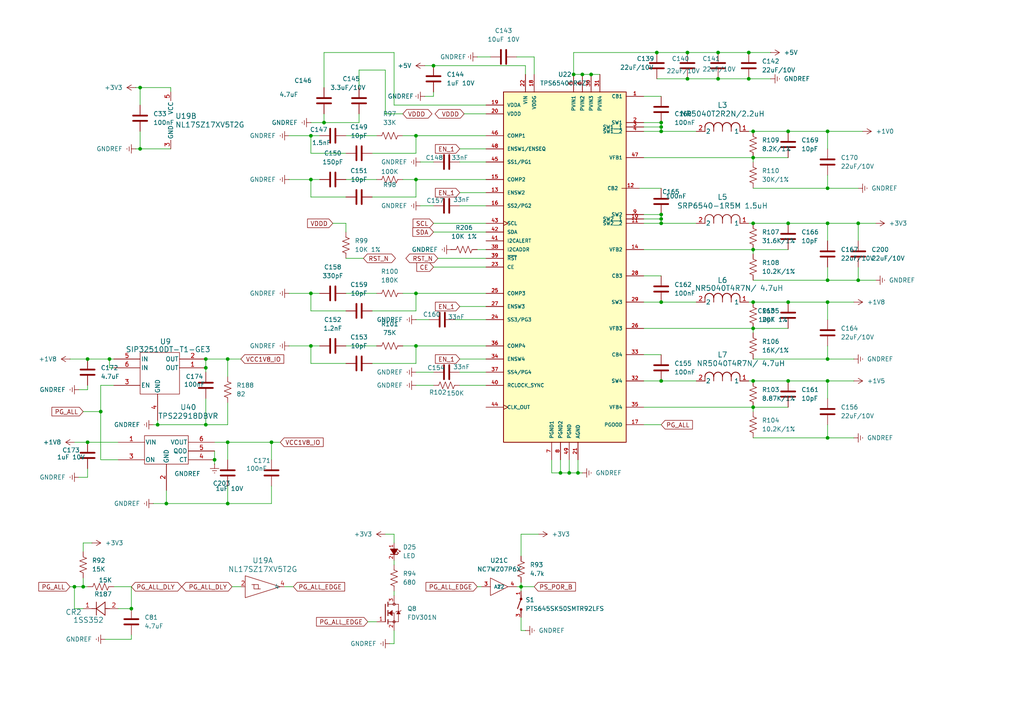
<source format=kicad_sch>
(kicad_sch (version 20231120) (generator "eeschema") (generator_version "8.0")
  (paper "A4")
  (junction (at 217.17 15.24))
  (junction (at 191.77 62.23))
  (junction (at 228.6 87.63))
  (junction (at 90.17 85.09))
  (junction (at 90.17 52.07))
  (junction (at 228.6 38.1))
  (junction (at 59.69 123.19))
  (junction (at 191.77 63.5))
  (junction (at 24.13 170.18))
  (junction (at 120.65 100.33))
  (junction (at 217.17 22.86))
  (junction (at 208.28 15.24))
  (junction (at 218.44 64.77))
  (junction (at 240.03 110.49))
  (junction (at 162.56 137.16))
  (junction (at 78.74 128.27))
  (junction (at 120.65 39.37))
  (junction (at 248.92 64.77))
  (junction (at 191.77 64.77))
  (junction (at 240.03 104.14))
  (junction (at 228.6 64.77))
  (junction (at 66.04 104.14))
  (junction (at 25.4 128.27))
  (junction (at 166.37 21.59))
  (junction (at 66.04 128.27))
  (junction (at 240.03 87.63))
  (junction (at 45.72 123.19))
  (junction (at 199.39 15.24))
  (junction (at 228.6 110.49))
  (junction (at 248.92 81.28))
  (junction (at 191.77 110.49))
  (junction (at 240.03 64.77))
  (junction (at 151.13 170.18))
  (junction (at 90.17 100.33))
  (junction (at 240.03 127))
  (junction (at 48.26 146.05))
  (junction (at 168.91 21.59))
  (junction (at 38.1 176.53))
  (junction (at 40.64 43.18))
  (junction (at 199.39 22.86))
  (junction (at 125.73 19.05))
  (junction (at 218.44 87.63))
  (junction (at 208.28 22.86))
  (junction (at 90.17 39.37))
  (junction (at 191.77 35.56))
  (junction (at 191.77 36.83))
  (junction (at 21.59 170.18))
  (junction (at 120.65 52.07))
  (junction (at 59.69 106.68))
  (junction (at 66.04 146.05))
  (junction (at 240.03 81.28))
  (junction (at 171.45 21.59))
  (junction (at 165.1 137.16))
  (junction (at 25.4 104.14))
  (junction (at 120.65 85.09))
  (junction (at 59.69 104.14))
  (junction (at 190.5 15.24))
  (junction (at 167.64 137.16))
  (junction (at 218.44 45.72))
  (junction (at 218.44 95.25))
  (junction (at 240.03 38.1))
  (junction (at 218.44 110.49))
  (junction (at 29.21 119.38))
  (junction (at 218.44 118.11))
  (junction (at 40.64 25.4))
  (junction (at 93.98 35.56))
  (junction (at 62.23 133.35))
  (junction (at 218.44 72.39))
  (junction (at 240.03 54.61))
  (junction (at 191.77 38.1))
  (junction (at 218.44 38.1))
  (junction (at 31.75 104.14))
  (junction (at 191.77 87.63))
  (wire (pts (xy 151.13 182.88) (xy 152.4 182.88)))
  (wire (pts (xy 21.59 128.27) (xy 25.4 128.27)))
  (wire (pts (xy 133.35 111.76) (xy 140.97 111.76)))
  (wire (pts (xy 120.65 92.71) (xy 124.46 92.71)))
  (wire (pts (xy 191.77 87.63) (xy 201.93 87.63)))
  (wire (pts (xy 125.73 64.77) (xy 140.97 64.77)))
  (wire (pts (xy 186.69 102.87) (xy 191.77 102.87)))
  (wire (pts (xy 59.69 104.14) (xy 59.69 106.68)))
  (wire (pts (xy 100.33 39.37) (xy 109.22 39.37)))
  (wire (pts (xy 120.65 90.17) (xy 120.65 85.09)))
  (wire (pts (xy 217.17 64.77) (xy 218.44 64.77)))
  (wire (pts (xy 248.92 77.47) (xy 248.92 81.28)))
  (wire (pts (xy 228.6 38.1) (xy 240.03 38.1)))
  (wire (pts (xy 30.48 185.42) (xy 38.1 185.42)))
  (wire (pts (xy 240.03 104.14) (xy 247.65 104.14)))
  (wire (pts (xy 20.32 170.18) (xy 21.59 170.18)))
  (wire (pts (xy 59.69 123.19) (xy 45.72 123.19)))
  (wire (pts (xy 114.3 15.24) (xy 93.98 15.24)))
  (wire (pts (xy 151.13 168.91) (xy 151.13 170.18)))
  (wire (pts (xy 240.03 50.8) (xy 240.03 54.61)))
  (wire (pts (xy 20.32 104.14) (xy 25.4 104.14)))
  (wire (pts (xy 59.69 115.57) (xy 59.69 123.19)))
  (wire (pts (xy 40.64 43.18) (xy 49.53 43.18)))
  (wire (pts (xy 21.59 176.53) (xy 21.59 170.18)))
  (wire (pts (xy 83.82 39.37) (xy 90.17 39.37)))
  (wire (pts (xy 186.69 80.01) (xy 191.77 80.01)))
  (wire (pts (xy 165.1 133.35) (xy 165.1 137.16)))
  (wire (pts (xy 120.65 39.37) (xy 140.97 39.37)))
  (wire (pts (xy 149.86 170.18) (xy 151.13 170.18)))
  (wire (pts (xy 120.65 105.41) (xy 120.65 100.33)))
  (wire (pts (xy 93.98 35.56) (xy 90.17 35.56)))
  (wire (pts (xy 186.69 95.25) (xy 218.44 95.25)))
  (wire (pts (xy 104.14 20.32) (xy 104.14 25.4)))
  (wire (pts (xy 39.37 25.4) (xy 40.64 25.4)))
  (wire (pts (xy 78.74 128.27) (xy 81.28 128.27)))
  (wire (pts (xy 90.17 85.09) (xy 92.71 85.09)))
  (wire (pts (xy 120.65 111.76) (xy 125.73 111.76)))
  (wire (pts (xy 45.72 121.92) (xy 45.72 123.19)))
  (wire (pts (xy 106.68 180.34) (xy 109.22 180.34)))
  (wire (pts (xy 83.82 100.33) (xy 90.17 100.33)))
  (wire (pts (xy 62.23 133.35) (xy 62.23 134.62)))
  (wire (pts (xy 186.69 36.83) (xy 191.77 36.83)))
  (wire (pts (xy 133.35 43.18) (xy 140.97 43.18)))
  (wire (pts (xy 66.04 104.14) (xy 69.85 104.14)))
  (wire (pts (xy 100.33 64.77) (xy 96.52 64.77)))
  (wire (pts (xy 44.45 146.05) (xy 48.26 146.05)))
  (wire (pts (xy 38.1 176.53) (xy 38.1 170.18)))
  (wire (pts (xy 186.69 64.77) (xy 191.77 64.77)))
  (wire (pts (xy 114.3 154.94) (xy 114.3 157.48)))
  (wire (pts (xy 240.03 110.49) (xy 228.6 110.49)))
  (wire (pts (xy 21.59 170.18) (xy 24.13 170.18)))
  (wire (pts (xy 133.35 46.99) (xy 140.97 46.99)))
  (wire (pts (xy 168.91 21.59) (xy 171.45 21.59)))
  (wire (pts (xy 218.44 45.72) (xy 228.6 45.72)))
  (wire (pts (xy 34.29 133.35) (xy 29.21 133.35)))
  (wire (pts (xy 29.21 119.38) (xy 29.21 111.76)))
  (wire (pts (xy 240.03 123.19) (xy 240.03 127)))
  (wire (pts (xy 208.28 15.24) (xy 217.17 15.24)))
  (wire (pts (xy 48.26 142.24) (xy 48.26 146.05)))
  (wire (pts (xy 152.4 19.05) (xy 152.4 21.59)))
  (wire (pts (xy 114.3 171.45) (xy 114.3 172.72)))
  (wire (pts (xy 111.76 154.94) (xy 114.3 154.94)))
  (wire (pts (xy 191.77 38.1) (xy 201.93 38.1)))
  (wire (pts (xy 120.65 85.09) (xy 140.97 85.09)))
  (wire (pts (xy 107.95 57.15) (xy 120.65 57.15)))
  (wire (pts (xy 121.92 59.69) (xy 125.73 59.69)))
  (wire (pts (xy 162.56 133.35) (xy 162.56 137.16)))
  (wire (pts (xy 114.3 182.88) (xy 114.3 186.69)))
  (wire (pts (xy 24.13 167.64) (xy 24.13 170.18)))
  (wire (pts (xy 165.1 137.16) (xy 167.64 137.16)))
  (wire (pts (xy 199.39 22.86) (xy 208.28 22.86)))
  (wire (pts (xy 100.33 74.93) (xy 105.41 74.93)))
  (wire (pts (xy 107.95 90.17) (xy 120.65 90.17)))
  (wire (pts (xy 24.13 176.53) (xy 21.59 176.53)))
  (wire (pts (xy 186.69 118.11) (xy 218.44 118.11)))
  (wire (pts (xy 240.03 77.47) (xy 240.03 81.28)))
  (wire (pts (xy 90.17 90.17) (xy 90.17 85.09)))
  (wire (pts (xy 228.6 64.77) (xy 240.03 64.77)))
  (wire (pts (xy 132.08 92.71) (xy 140.97 92.71)))
  (wire (pts (xy 191.77 64.77) (xy 191.77 63.5)))
  (wire (pts (xy 138.43 170.18) (xy 139.7 170.18)))
  (wire (pts (xy 62.23 130.81) (xy 62.23 133.35)))
  (wire (pts (xy 120.65 52.07) (xy 140.97 52.07)))
  (wire (pts (xy 190.5 15.24) (xy 199.39 15.24)))
  (wire (pts (xy 29.21 133.35) (xy 29.21 119.38)))
  (wire (pts (xy 100.33 57.15) (xy 90.17 57.15)))
  (wire (pts (xy 133.35 55.88) (xy 140.97 55.88)))
  (wire (pts (xy 166.37 15.24) (xy 190.5 15.24)))
  (wire (pts (xy 45.72 123.19) (xy 44.45 123.19)))
  (wire (pts (xy 248.92 81.28) (xy 254 81.28)))
  (wire (pts (xy 24.13 119.38) (xy 29.21 119.38)))
  (wire (pts (xy 49.53 25.4) (xy 49.53 26.67)))
  (wire (pts (xy 100.33 100.33) (xy 109.22 100.33)))
  (wire (pts (xy 160.02 137.16) (xy 162.56 137.16)))
  (wire (pts (xy 116.84 39.37) (xy 120.65 39.37)))
  (wire (pts (xy 218.44 118.11) (xy 218.44 119.38)))
  (wire (pts (xy 39.37 43.18) (xy 40.64 43.18)))
  (wire (pts (xy 66.04 128.27) (xy 78.74 128.27)))
  (wire (pts (xy 66.04 128.27) (xy 66.04 133.35)))
  (wire (pts (xy 100.33 85.09) (xy 109.22 85.09)))
  (wire (pts (xy 218.44 38.1) (xy 228.6 38.1)))
  (wire (pts (xy 120.65 44.45) (xy 120.65 39.37)))
  (wire (pts (xy 217.17 15.24) (xy 223.52 15.24)))
  (wire (pts (xy 218.44 95.25) (xy 218.44 96.52)))
  (wire (pts (xy 160.02 133.35) (xy 160.02 137.16)))
  (wire (pts (xy 218.44 87.63) (xy 228.6 87.63)))
  (wire (pts (xy 191.77 35.56) (xy 191.77 36.83)))
  (wire (pts (xy 186.69 123.19) (xy 191.77 123.19)))
  (wire (pts (xy 218.44 64.77) (xy 228.6 64.77)))
  (wire (pts (xy 240.03 110.49) (xy 247.65 110.49)))
  (wire (pts (xy 240.03 127) (xy 247.65 127)))
  (wire (pts (xy 154.94 16.51) (xy 154.94 21.59)))
  (wire (pts (xy 25.4 113.03) (xy 25.4 111.76)))
  (wire (pts (xy 151.13 179.07) (xy 151.13 182.88)))
  (wire (pts (xy 218.44 110.49) (xy 228.6 110.49)))
  (wire (pts (xy 90.17 39.37) (xy 90.17 44.45)))
  (wire (pts (xy 186.69 45.72) (xy 218.44 45.72)))
  (wire (pts (xy 186.69 38.1) (xy 191.77 38.1)))
  (wire (pts (xy 218.44 45.72) (xy 218.44 46.99)))
  (wire (pts (xy 25.4 135.89) (xy 25.4 138.43)))
  (wire (pts (xy 125.73 67.31) (xy 140.97 67.31)))
  (wire (pts (xy 25.4 138.43) (xy 22.86 138.43)))
  (wire (pts (xy 191.77 64.77) (xy 201.93 64.77)))
  (wire (pts (xy 40.64 25.4) (xy 49.53 25.4)))
  (wire (pts (xy 240.03 87.63) (xy 228.6 87.63)))
  (wire (pts (xy 133.35 59.69) (xy 140.97 59.69)))
  (wire (pts (xy 62.23 128.27) (xy 66.04 128.27)))
  (wire (pts (xy 151.13 154.94) (xy 151.13 161.29)))
  (wire (pts (xy 240.03 54.61) (xy 248.92 54.61)))
  (wire (pts (xy 186.69 63.5) (xy 191.77 63.5)))
  (wire (pts (xy 100.33 105.41) (xy 90.17 105.41)))
  (wire (pts (xy 116.84 52.07) (xy 120.65 52.07)))
  (wire (pts (xy 66.04 123.19) (xy 59.69 123.19)))
  (wire (pts (xy 166.37 21.59) (xy 168.91 21.59)))
  (wire (pts (xy 186.69 27.94) (xy 191.77 27.94)))
  (wire (pts (xy 40.64 30.48) (xy 40.64 25.4)))
  (wire (pts (xy 191.77 110.49) (xy 201.93 110.49)))
  (wire (pts (xy 66.04 140.97) (xy 66.04 146.05)))
  (wire (pts (xy 83.82 85.09) (xy 90.17 85.09)))
  (wire (pts (xy 151.13 171.45) (xy 151.13 170.18)))
  (wire (pts (xy 100.33 44.45) (xy 90.17 44.45)))
  (wire (pts (xy 104.14 33.02) (xy 104.14 35.56)))
  (wire (pts (xy 116.84 100.33) (xy 120.65 100.33)))
  (wire (pts (xy 218.44 81.28) (xy 240.03 81.28)))
  (wire (pts (xy 34.29 176.53) (xy 38.1 176.53)))
  (wire (pts (xy 138.43 72.39) (xy 140.97 72.39)))
  (wire (pts (xy 40.64 38.1) (xy 40.64 43.18)))
  (wire (pts (xy 111.76 33.02) (xy 111.76 20.32)))
  (wire (pts (xy 217.17 38.1) (xy 218.44 38.1)))
  (wire (pts (xy 107.95 44.45) (xy 120.65 44.45)))
  (wire (pts (xy 120.65 57.15) (xy 120.65 52.07)))
  (wire (pts (xy 33.02 106.68) (xy 31.75 106.68)))
  (wire (pts (xy 90.17 105.41) (xy 90.17 100.33)))
  (wire (pts (xy 116.84 85.09) (xy 120.65 85.09)))
  (wire (pts (xy 66.04 104.14) (xy 66.04 109.22)))
  (wire (pts (xy 93.98 33.02) (xy 93.98 35.56)))
  (wire (pts (xy 240.03 87.63) (xy 247.65 87.63)))
  (wire (pts (xy 123.19 19.05) (xy 125.73 19.05)))
  (wire (pts (xy 218.44 72.39) (xy 228.6 72.39)))
  (wire (pts (xy 31.75 106.68) (xy 31.75 104.14)))
  (wire (pts (xy 38.1 170.18) (xy 33.02 170.18)))
  (wire (pts (xy 217.17 110.49) (xy 218.44 110.49)))
  (wire (pts (xy 25.4 128.27) (xy 34.29 128.27)))
  (wire (pts (xy 90.17 100.33) (xy 92.71 100.33)))
  (wire (pts (xy 133.35 107.95) (xy 140.97 107.95)))
  (wire (pts (xy 167.64 137.16) (xy 168.91 137.16)))
  (wire (pts (xy 127 74.93) (xy 140.97 74.93)))
  (wire (pts (xy 190.5 22.86) (xy 199.39 22.86)))
  (wire (pts (xy 24.13 160.02) (xy 24.13 157.48)))
  (wire (pts (xy 121.92 46.99) (xy 125.73 46.99)))
  (wire (pts (xy 186.69 62.23) (xy 191.77 62.23)))
  (wire (pts (xy 90.17 57.15) (xy 90.17 52.07)))
  (wire (pts (xy 186.69 35.56) (xy 191.77 35.56)))
  (wire (pts (xy 138.43 16.51) (xy 142.24 16.51)))
  (wire (pts (xy 248.92 64.77) (xy 248.92 69.85)))
  (wire (pts (xy 114.3 162.56) (xy 114.3 163.83)))
  (wire (pts (xy 114.3 186.69) (xy 113.03 186.69)))
  (wire (pts (xy 120.65 100.33) (xy 140.97 100.33)))
  (wire (pts (xy 191.77 63.5) (xy 191.77 62.23)))
  (wire (pts (xy 38.1 185.42) (xy 38.1 184.15)))
  (wire (pts (xy 167.64 133.35) (xy 167.64 137.16)))
  (wire (pts (xy 191.77 36.83) (xy 191.77 38.1)))
  (wire (pts (xy 25.4 104.14) (xy 31.75 104.14)))
  (wire (pts (xy 24.13 170.18) (xy 25.4 170.18)))
  (wire (pts (xy 93.98 15.24) (xy 93.98 25.4)))
  (wire (pts (xy 24.13 157.48) (xy 26.67 157.48)))
  (wire (pts (xy 185.42 54.61) (xy 191.77 54.61)))
  (wire (pts (xy 22.86 113.03) (xy 25.4 113.03)))
  (wire (pts (xy 217.17 22.86) (xy 223.52 22.86)))
  (wire (pts (xy 218.44 72.39) (xy 218.44 73.66)))
  (wire (pts (xy 186.69 72.39) (xy 218.44 72.39)))
  (wire (pts (xy 218.44 95.25) (xy 228.6 95.25)))
  (wire (pts (xy 186.69 87.63) (xy 191.77 87.63)))
  (wire (pts (xy 134.62 33.02) (xy 140.97 33.02)))
  (wire (pts (xy 29.21 111.76) (xy 33.02 111.76)))
  (wire (pts (xy 67.31 170.18) (xy 69.85 170.18)))
  (wire (pts (xy 107.95 105.41) (xy 120.65 105.41)))
  (wire (pts (xy 208.28 22.86) (xy 217.17 22.86)))
  (wire (pts (xy 240.03 38.1) (xy 250.19 38.1)))
  (wire (pts (xy 140.97 30.48) (xy 114.3 30.48)))
  (wire (pts (xy 111.76 33.02) (xy 116.84 33.02)))
  (wire (pts (xy 100.33 90.17) (xy 90.17 90.17)))
  (wire (pts (xy 59.69 106.68) (xy 59.69 107.95)))
  (wire (pts (xy 100.33 67.31) (xy 100.33 64.77)))
  (wire (pts (xy 151.13 170.18) (xy 154.94 170.18)))
  (wire (pts (xy 218.44 127) (xy 240.03 127)))
  (wire (pts (xy 114.3 30.48) (xy 114.3 15.24)))
  (wire (pts (xy 120.65 107.95) (xy 125.73 107.95)))
  (wire (pts (xy 240.03 115.57) (xy 240.03 110.49)))
  (wire (pts (xy 218.44 118.11) (xy 228.6 118.11)))
  (wire (pts (xy 78.74 146.05) (xy 66.04 146.05)))
  (wire (pts (xy 125.73 27.94) (xy 125.73 26.67)))
  (wire (pts (xy 156.21 154.94) (xy 151.13 154.94)))
  (wire (pts (xy 186.69 110.49) (xy 191.77 110.49)))
  (wire (pts (xy 125.73 77.47) (xy 140.97 77.47)))
  (wire (pts (xy 111.76 20.32) (xy 104.14 20.32)))
  (wire (pts (xy 240.03 43.18) (xy 240.03 38.1)))
  (wire (pts (xy 149.86 16.51) (xy 154.94 16.51)))
  (wire (pts (xy 78.74 133.35) (xy 78.74 128.27)))
  (wire (pts (xy 240.03 64.77) (xy 248.92 64.77)))
  (wire (pts (xy 66.04 116.84) (xy 66.04 123.19)))
  (wire (pts (xy 166.37 21.59) (xy 166.37 15.24)))
  (wire (pts (xy 31.75 104.14) (xy 33.02 104.14)))
  (wire (pts (xy 240.03 69.85) (xy 240.03 64.77)))
  (wire (pts (xy 78.74 140.97) (xy 78.74 146.05)))
  (wire (pts (xy 199.39 15.24) (xy 208.28 15.24)))
  (wire (pts (xy 83.82 52.07) (xy 90.17 52.07)))
  (wire (pts (xy 162.56 137.16) (xy 165.1 137.16)))
  (wire (pts (xy 240.03 92.71) (xy 240.03 87.63)))
  (wire (pts (xy 133.35 88.9) (xy 140.97 88.9)))
  (wire (pts (xy 248.92 64.77) (xy 254 64.77)))
  (wire (pts (xy 90.17 52.07) (xy 92.71 52.07)))
  (wire (pts (xy 240.03 100.33) (xy 240.03 104.14)))
  (wire (pts (xy 125.73 19.05) (xy 152.4 19.05)))
  (wire (pts (xy 171.45 21.59) (xy 173.99 21.59)))
  (wire (pts (xy 48.26 146.05) (xy 66.04 146.05)))
  (wire (pts (xy 59.69 104.14) (xy 66.04 104.14)))
  (wire (pts (xy 218.44 104.14) (xy 240.03 104.14)))
  (wire (pts (xy 104.14 35.56) (xy 93.98 35.56)))
  (wire (pts (xy 123.19 27.94) (xy 125.73 27.94)))
  (wire (pts (xy 82.55 170.18) (xy 85.09 170.18)))
  (wire (pts (xy 217.17 87.63) (xy 218.44 87.63)))
  (wire (pts (xy 90.17 39.37) (xy 92.71 39.37)))
  (wire (pts (xy 100.33 52.07) (xy 109.22 52.07)))
  (wire (pts (xy 218.44 54.61) (xy 240.03 54.61)))
  (wire (pts (xy 240.03 81.28) (xy 248.92 81.28)))
  (wire (pts (xy 133.35 104.14) (xy 140.97 104.14)))
  (global_label "VCC1V8_IO" (shape input) (at 69.85 104.14 0) (property "Intersheetrefs" "${INTERSHEET_REFS}" (effects (hide yes))))
  (global_label "EN_1" (shape input) (at 133.35 55.88 180) (property "Intersheetrefs" "${INTERSHEET_REFS}" (effects (hide yes))))
  (global_label "VDDD" (shape bidirectional) (at 116.84 33.02 0) (property "Intersheetrefs" "${INTERSHEET_REFS}" (effects (hide yes))))
  (global_label "PS_POR_B" (shape input) (at 154.94 170.18 0) (property "Intersheetrefs" "${INTERSHEET_REFS}" (effects (hide yes))))
  (global_label "RST_N" (shape bidirectional) (at 127 74.93 180) (property "Intersheetrefs" "${INTERSHEET_REFS}" (effects (hide yes))))
  (global_label "VDDD" (shape input) (at 96.52 64.77 180) (property "Intersheetrefs" "${INTERSHEET_REFS}" (effects (hide yes))))
  (global_label "PG_ALL_DLY" (shape bidirectional) (at 38.1 170.18 0) (property "Intersheetrefs" "${INTERSHEET_REFS}" (effects (hide yes))))
  (global_label "SCL" (shape input) (at 125.73 64.77 180) (property "Intersheetrefs" "${INTERSHEET_REFS}" (effects (hide yes))))
  (global_label "PG_ALL" (shape input) (at 191.77 123.19 0) (property "Intersheetrefs" "${INTERSHEET_REFS}" (effects (hide yes))))
  (global_label "PG_ALL_EDGE" (shape input) (at 106.68 180.34 180) (property "Intersheetrefs" "${INTERSHEET_REFS}" (effects (hide yes))))
  (global_label "PG_ALL" (shape input) (at 20.32 170.18 180) (property "Intersheetrefs" "${INTERSHEET_REFS}" (effects (hide yes))))
  (global_label "CE" (shape input) (at 125.73 77.47 180) (property "Intersheetrefs" "${INTERSHEET_REFS}" (effects (hide yes))))
  (global_label "SDA" (shape input) (at 125.73 67.31 180) (property "Intersheetrefs" "${INTERSHEET_REFS}" (effects (hide yes))))
  (global_label "EN_1" (shape input) (at 133.35 104.14 180) (property "Intersheetrefs" "${INTERSHEET_REFS}" (effects (hide yes))))
  (global_label "PG_ALL_EDGE" (shape input) (at 85.09 170.18 0) (property "Intersheetrefs" "${INTERSHEET_REFS}" (effects (hide yes))))
  (global_label "PG_ALL_DLY" (shape bidirectional) (at 67.31 170.18 180) (property "Intersheetrefs" "${INTERSHEET_REFS}" (effects (hide yes))))
  (global_label "EN_1" (shape input) (at 133.35 88.9 180) (property "Intersheetrefs" "${INTERSHEET_REFS}" (effects (hide yes))))
  (global_label "VCC1V8_IO" (shape input) (at 81.28 128.27 0) (property "Intersheetrefs" "${INTERSHEET_REFS}" (effects (hide yes))))
  (global_label "PG_ALL" (shape input) (at 24.13 119.38 180) (property "Intersheetrefs" "${INTERSHEET_REFS}" (effects (hide yes))))
  (global_label "RST_N" (shape bidirectional) (at 105.41 74.93 0) (property "Intersheetrefs" "${INTERSHEET_REFS}" (effects (hide yes))))
  (global_label "PG_ALL_EDGE" (shape input) (at 138.43 170.18 180) (property "Intersheetrefs" "${INTERSHEET_REFS}" (effects (hide yes))))
  (global_label "EN_1" (shape input) (at 133.35 43.18 180) (property "Intersheetrefs" "${INTERSHEET_REFS}" (effects (hide yes))))
  (global_label "VDDD" (shape bidirectional) (at 134.62 33.02 180) (property "Intersheetrefs" "${INTERSHEET_REFS}" (effects (hide yes))))
  (symbol (lib_id "power:GNDREF") (at 121.92 46.99 270) (unit 1)
    (property "Reference" "#PWR0107" (effects (hide yes)))
    (property "Value" "GNDREF" (at 118.11 46.9899 90) (effects (justify right)))
    (property "Description" "Power symbol creates a global label with name \"GNDREF\" , reference supply ground" (effects (hide yes)))
  )
  (symbol (lib_id "Device:C") (at 146.05 16.51 90) (unit 1)
    (property "Reference" "C143" (at 146.05 8.89 90))
    (property "Value" "10uF 10V" (at 146.05 11.43 90))
    (property "Footprint" "footprints:C_0805" (effects (hide yes)))
    (property "Description" "Unpolarized capacitor" (effects (hide yes)))
    (property "LCSC PN" "C15850" (effects (hide yes)))
  )
  (symbol (lib_id "Device:R_US") (at 113.03 39.37 90) (unit 1)
    (property "Reference" "R97" (at 113.03 33.02 90))
    (property "Value" "33K" (at 113.03 35.56 90))
    (property "Footprint" "footprints:R_0402" (effects (hide yes)))
    (property "Description" "Resistor, US symbol" (effects (hide yes)))
    (property "LCSC PN" "C138003" (effects (hide yes)))
  )
  (symbol (lib_id "Device:R_US") (at 100.33 71.12 180) (unit 1)
    (property "Reference" "R99" (at 102.87 69.8499 0) (effects (justify right)))
    (property "Value" "10K 1%" (at 102.87 72.3899 0) (effects (justify right)))
    (property "Footprint" "footprints:R_0402" (effects (hide yes)))
    (property "Description" "Resistor, US symbol" (effects (hide yes)))
    (property "LCSC PN" "C60490" (effects (hide yes)))
  )
  (symbol (lib_id "Device:R_US") (at 218.44 91.44 0) (unit 1)
    (property "Reference" "R105" (at 220.98 90.1699 0) (effects (justify left)))
    (property "Value" "20K 1%" (at 220.98 92.7099 0) (effects (justify left)))
    (property "Footprint" "footprints:R_0402" (effects (hide yes)))
    (property "Description" "Resistor, US symbol" (effects (hide yes)))
    (property "LCSC PN" "C93942" (effects (hide yes)))
  )
  (symbol (lib_id "power:+3V3") (at 111.76 154.94 90) (unit 1)
    (property "Reference" "#PWR0211" (effects (hide yes)))
    (property "Value" "+3V3" (at 107.95 154.9399 90) (effects (justify left)))
    (property "Description" "Power symbol creates a global label with name \"+3V3\"" (effects (hide yes)))
  )
  (symbol (lib_id "power:GNDREF") (at 83.82 39.37 270) (unit 1)
    (property "Reference" "#PWR0105" (effects (hide yes)))
    (property "Value" "GNDREF" (at 80.01 39.3699 90) (effects (justify right)))
    (property "Description" "Power symbol creates a global label with name \"GNDREF\" , reference supply ground" (effects (hide yes)))
  )
  (symbol (lib_id "Device:C") (at 240.03 73.66 0) (unit 1)
    (property "Reference" "C167" (at 243.84 72.3899 0) (effects (justify left)))
    (property "Value" "22uF/10V" (at 243.84 74.9299 0) (effects (justify left)))
    (property "Footprint" "footprints:C_0805" (effects (hide yes)))
    (property "Description" "Unpolarized capacitor" (effects (hide yes)))
    (property "LCSC PN" "C602037" (effects (hide yes)))
  )
  (symbol (lib_id "TPS65400RGZT:TPS65400RGZT") (at 163.83 72.39 0) (unit 1)
    (property "Reference" "U22" (at 163.83 21.59 0))
    (property "Value" "TPS65400RGZT" (at 163.83 24.13 0))
    (property "Footprint" "footprints:RGZ0048B" (effects (hide yes)))
    (property "PARTREV" "D" (effects (hide yes)))
    (property "MANUFACTURER" "Texas Instruments" (effects (hide yes)))
    (property "MAXIMUM_PACKAGE_HEIGHT" "1 mm" (effects (hide yes)))
    (property "STANDARD" "IPC 7351B" (effects (hide yes)))
    (property "LCSC PN" "C201658" (effects (hide yes)))
  )
  (symbol (lib_id "Device:C") (at 96.52 39.37 90) (unit 1)
    (property "Reference" "C147" (at 92.456 37.592 90))
    (property "Value" "1.5nF" (at 93.218 41.402 90))
    (property "Footprint" "footprints:C_0201_0603Metric" (effects (hide yes)))
    (property "Description" "Unpolarized capacitor" (effects (hide yes)))
    (property "LCSC PN" "C2184288" (effects (hide yes)))
  )
  (symbol (lib_id "power:GNDREF") (at 83.82 52.07 270) (unit 1)
    (property "Reference" "#PWR078" (effects (hide yes)))
    (property "Value" "GNDREF" (at 80.01 52.0699 90) (effects (justify right)))
    (property "Description" "Power symbol creates a global label with name \"GNDREF\" , reference supply ground" (effects (hide yes)))
  )
  (symbol (lib_id "Device:R_US") (at 113.03 85.09 90) (unit 1)
    (property "Reference" "R100" (at 113.03 78.74 90))
    (property "Value" "180K" (at 113.03 81.28 90))
    (property "Footprint" "footprints:R_0402" (effects (hide yes)))
    (property "Description" "Resistor, US symbol" (effects (hide yes)))
    (property "LCSC PN" "C138046" (effects (hide yes)))
  )
  (symbol (lib_id "Device:C") (at 129.54 46.99 90) (unit 1)
    (property "Reference" "C148" (at 125.984 45.72 90))
    (property "Value" "33nF" (at 133.35 45.72 90))
    (property "Footprint" "footprints:C_0201_0603Metric" (effects (hide yes)))
    (property "Description" "Unpolarized capacitor" (effects (hide yes)))
    (property "LCSC PN" "C161475" (effects (hide yes)))
  )
  (symbol (lib_id "Device:C") (at 217.17 19.05 0) (unit 1)
    (property "Reference" "C142" (at 220.98 17.7799 0) (effects (justify left)))
    (property "Value" "22uF/10V" (at 220.98 20.3199 0) (effects (justify left)))
    (property "Footprint" "footprints:C_0805" (effects (hide yes)))
    (property "Description" "Unpolarized capacitor" (effects (hide yes)))
    (property "LCSC PN" "C602037" (effects (hide yes)))
  )
  (symbol (lib_id "power:GNDREF") (at 83.82 85.09 270) (unit 1)
    (property "Reference" "#PWR080" (effects (hide yes)))
    (property "Value" "GNDREF" (at 80.01 85.0899 90) (effects (justify right)))
    (property "Description" "Power symbol creates a global label with name \"GNDREF\" , reference supply ground" (effects (hide yes)))
  )
  (symbol (lib_id "Device:C") (at 129.54 59.69 90) (unit 1)
    (property "Reference" "C157" (at 126.238 58.166 90))
    (property "Value" "33nF" (at 133.858 57.912 90))
    (property "Footprint" "footprints:C_0201_0603Metric" (effects (hide yes)))
    (property "Description" "Unpolarized capacitor" (effects (hide yes)))
    (property "LCSC PN" "C161475" (effects (hide yes)))
  )
  (symbol (lib_id "Device:C") (at 240.03 46.99 0) (unit 1)
    (property "Reference" "C170" (at 243.84 45.7199 0) (effects (justify left)))
    (property "Value" "22uF/10V" (at 243.84 48.2599 0) (effects (justify left)))
    (property "Footprint" "footprints:C_0805" (effects (hide yes)))
    (property "Description" "Unpolarized capacitor" (effects (hide yes)))
    (property "LCSC PN" "C602037" (effects (hide yes)))
  )
  (symbol (lib_id "SRP4020TA_1R5M:SRP4020TA-1R5M") (at 201.93 64.77 0) (unit 1)
    (property "Reference" "L5" (at 209.55 57.15 0) (effects (font (size 1.524 1.524))))
    (property "Value" "SRP6540-1R5M 1.5uH" (at 209.55 59.69 0) (effects (font (size 1.524 1.524))))
    (property "Footprint" "footprints:IND_SRP6540-1R5M" (effects (hide yes)))
    (property "Datasheet" "SRP4020TA-1R5M" (effects (hide yes)))
    (property "LCSC PN" "C3223801" (effects (hide yes)))
  )
  (symbol (lib_id "Device:R_US") (at 129.54 111.76 90) (unit 1)
    (property "Reference" "R102" (at 127 113.792 90))
    (property "Value" "150K" (at 132.08 114.046 90))
    (property "Footprint" "footprints:R_0402" (effects (hide yes)))
    (property "Description" "Resistor, US symbol" (effects (hide yes)))
    (property "LCSC PN" "C93947" (effects (hide yes)))
  )
  (symbol (lib_id "power:GNDREF") (at 22.86 138.43 270) (unit 1)
    (property "Reference" "#PWR0219" (effects (hide yes)))
    (property "Value" "GNDREF" (at 19.05 138.4299 90) (effects (justify right)))
    (property "Description" "Power symbol creates a global label with name \"GNDREF\" , reference supply ground" (effects (hide yes)))
  )
  (symbol (lib_id "power:+3V3") (at 254 64.77 270) (unit 1)
    (property "Reference" "#PWR089" (effects (hide yes)))
    (property "Value" "+3V3" (at 257.81 64.7699 90) (effects (justify left)))
    (property "Description" "Power symbol creates a global label with name \"+3V3\"" (effects (hide yes)))
  )
  (symbol (lib_id "power:GNDREF") (at 44.45 146.05 270) (unit 1)
    (property "Reference" "#PWR0215" (effects (hide yes)))
    (property "Value" "GNDREF" (at 40.64 146.0499 90) (effects (justify right)))
    (property "Description" "Power symbol creates a global label with name \"GNDREF\" , reference supply ground" (effects (hide yes)))
  )
  (symbol (lib_id "power:+3V3") (at 26.67 157.48 270) (unit 1)
    (property "Reference" "#PWR0194" (effects (hide yes)))
    (property "Value" "+3V3" (at 30.48 157.4799 90) (effects (justify left)))
    (property "Description" "Power symbol creates a global label with name \"+3V3\"" (effects (hide yes)))
  )
  (symbol (lib_id "Device:C") (at 38.1 180.34 0) (unit 1)
    (property "Reference" "C81" (at 41.91 179.0699 0) (effects (justify left)))
    (property "Value" "4.7uF" (at 41.91 181.6099 0) (effects (justify left)))
    (property "Footprint" "footprints:C_0402" (effects (hide yes)))
    (property "Description" "Unpolarized capacitor" (effects (hide yes)))
    (property "LCSC PN" "C2858031" (effects (hide yes)))
  )
  (symbol (lib_id "NL17SZ17XV5T2G:NL17SZ17XV5T2G_Modified") (at 81.28 170.18 0) (unit 1)
    (property "Reference" "U19" (at 76.2 162.56 0) (effects (font (size 1.524 1.524))))
    (property "Value" "NL17SZ17XV5T2G" (at 76.2 165.1 0) (effects (font (size 1.524 1.524))))
    (property "Footprint" "footprints:SOT553-5_ONS" (effects (hide yes)))
    (property "Datasheet" "NL17SZ17XV5T2G" (effects (hide yes)))
    (property "LCSC PN" "C152502" (effects (hide yes)))
  )
  (symbol (lib_id "power:GNDREF") (at 113.03 186.69 270) (unit 1)
    (property "Reference" "#PWR041" (effects (hide yes)))
    (property "Value" "GNDREF" (at 109.22 186.6899 90) (effects (justify right)))
    (property "Description" "Power symbol creates a global label with name \"GNDREF\" , reference supply ground" (effects (hide yes)))
  )
  (symbol (lib_id "Device:C") (at 125.73 22.86 0) (unit 1)
    (property "Reference" "C144" (at 129.54 21.5899 0) (effects (justify left)))
    (property "Value" "1uF 10V" (at 129.54 24.1299 0) (effects (justify left)))
    (property "Footprint" "footprints:C_0402" (effects (hide yes)))
    (property "Description" "Unpolarized capacitor" (effects (hide yes)))
    (property "LCSC PN" "C52923" (effects (hide yes)))
  )
  (symbol (lib_id "Device:C") (at 190.5 19.05 0) (unit 1)
    (property "Reference" "C139" (at 184.658 17.018 0) (effects (justify left)))
    (property "Value" "22uF/10V" (at 179.832 19.558 0) (effects (justify left)))
    (property "Footprint" "footprints:C_0805" (effects (hide yes)))
    (property "Description" "Unpolarized capacitor" (effects (hide yes)))
    (property "LCSC PN" "C602037" (effects (hide yes)))
  )
  (symbol (lib_id "Device:C") (at 104.14 105.41 90) (unit 1)
    (property "Reference" "C153" (at 104.14 97.79 90))
    (property "Value" "10pF" (at 104.14 100.33 90))
    (property "Footprint" "footprints:C_0201_0603Metric" (effects (hide yes)))
    (property "Description" "Unpolarized capacitor" (effects (hide yes)))
    (property "LCSC PN" "C76921" (effects (hide yes)))
  )
  (symbol (lib_id "power:+1V8") (at 247.65 87.63 270) (unit 1)
    (property "Reference" "#PWR087" (effects (hide yes)))
    (property "Value" "+1V8" (at 251.46 87.6299 90) (effects (justify left)))
    (property "Description" "Power symbol creates a global label with name \"+1V8\"" (effects (hide yes)))
  )
  (symbol (lib_id "Device:R_US") (at 218.44 123.19 0) (unit 1)
    (property "Reference" "R104" (at 220.98 121.9199 0) (effects (justify left)))
    (property "Value" "10.2K/1%" (at 220.98 124.4599 0) (effects (justify left)))
    (property "Footprint" "footprints:R_0402" (effects (hide yes)))
    (property "Description" "Resistor, US symbol" (effects (hide yes)))
    (property "LCSC PN" "C138069" (effects (hide yes)))
  )
  (symbol (lib_id "PTS645SK50SMTR92LFS_:PTS645SK50SMTR92LFS") (at 151.13 175.26 0) (unit 1)
    (property "Reference" "S1" (at 152.4 173.9899 0) (effects (justify left)))
    (property "Value" "PTS645SK50SMTR92LFS" (at 152.4 176.5299 0) (effects (justify left)))
    (property "Footprint" "footprints:SW_PTS645SK50SMTR92LFS" (effects (hide yes)))
    (property "STANDARD" "Manufacturer Recommendations" (effects (hide yes)))
    (property "MANUFACTURER" "CnK" (effects (hide yes)))
    (property "LCSC PN" "C221872" (effects (hide yes)))
  )
  (symbol (lib_id "power:GNDREF") (at 39.37 43.18 270) (unit 1)
    (property "Reference" "#PWR0213" (effects (hide yes)))
    (property "Value" "GNDREF" (at 35.56 43.1799 90) (effects (justify right)))
    (property "Description" "Power symbol creates a global label with name \"GNDREF\" , reference supply ground" (effects (hide yes)))
  )
  (symbol (lib_id "power:GNDREF") (at 247.65 127 90) (unit 1)
    (property "Reference" "#PWR0101" (effects (hide yes)))
    (property "Value" "GNDREF" (at 251.46 126.9999 90) (effects (justify right)))
    (property "Description" "Power symbol creates a global label with name \"GNDREF\" , reference supply ground" (effects (hide yes)))
  )
  (symbol (lib_id "power:GNDREF") (at 120.65 92.71 270) (unit 1)
    (property "Reference" "#PWR081" (effects (hide yes)))
    (property "Value" "GNDREF" (at 116.84 92.7099 90) (effects (justify right)))
    (property "Description" "Power symbol creates a global label with name \"GNDREF\" , reference supply ground" (effects (hide yes)))
  )
  (symbol (lib_id "power:GNDREF") (at 90.17 35.56 270) (unit 1)
    (property "Reference" "#PWR076" (effects (hide yes)))
    (property "Value" "GNDREF" (at 86.36 35.5599 90) (effects (justify right)))
    (property "Description" "Power symbol creates a global label with name \"GNDREF\" , reference supply ground" (effects (hide yes)))
  )
  (symbol (lib_id "Device:R_US") (at 218.44 41.91 0) (unit 1)
    (property "Reference" "R109" (at 220.98 40.6399 0) (effects (justify left)))
    (property "Value" "8.2K/1%" (at 220.98 43.1799 0) (effects (justify left)))
    (property "Footprint" "footprints:R_0402" (effects (hide yes)))
    (property "Description" "Resistor, US symbol" (effects (hide yes)))
    (property "LCSC PN" "C137929" (effects (hide yes)))
  )
  (symbol (lib_id "Device:C") (at 240.03 119.38 0) (unit 1)
    (property "Reference" "C156" (at 243.84 118.1099 0) (effects (justify left)))
    (property "Value" "22uF/10V" (at 243.84 120.6499 0) (effects (justify left)))
    (property "Footprint" "footprints:C_0805" (effects (hide yes)))
    (property "Description" "Unpolarized capacitor" (effects (hide yes)))
    (property "LCSC PN" "C602037" (effects (hide yes)))
  )
  (symbol (lib_id "power:GNDREF") (at 138.43 16.51 270) (unit 1)
    (property "Reference" "#PWR0102" (effects (hide yes)))
    (property "Value" "GNDREF" (at 135.2452 16.5099 90) (effects (justify right)))
    (property "Description" "Power symbol creates a global label with name \"GNDREF\" , reference supply ground" (effects (hide yes)))
  )
  (symbol (lib_id "power:+1V0") (at 250.19 38.1 270) (unit 1)
    (property "Reference" "#PWR0263" (effects (hide yes)))
    (property "Value" "+1V0" (at 254 38.0999 90) (effects (justify left)))
    (property "Description" "Power symbol creates a global label with name \"+1V0\"" (effects (hide yes)))
  )
  (symbol (lib_id "power:GNDREF") (at 30.48 185.42 270) (unit 1)
    (property "Reference" "#PWR0212" (effects (hide yes)))
    (property "Value" "GNDREF" (at 26.67 185.4199 90) (effects (justify right)))
    (property "Description" "Power symbol creates a global label with name \"GNDREF\" , reference supply ground" (effects (hide yes)))
  )
  (symbol (lib_id "Device:C") (at 66.04 137.16 0) (unit 1)
    (property "Reference" "C203" (at 61.722 140.208 0) (effects (justify left)))
    (property "Value" "1uF 10V" (at 62.484 141.732 0) (effects (justify left)))
    (property "Footprint" "footprints:C_0402" (effects (hide yes)))
    (property "Description" "Unpolarized capacitor" (effects (hide yes)))
    (property "LCSC PN" "C52923" (effects (hide yes)))
  )
  (symbol (lib_id "Device:R_US") (at 24.13 163.83 0) (unit 1)
    (property "Reference" "R92" (at 26.67 162.5599 0) (effects (justify left)))
    (property "Value" "15K" (at 26.67 165.0999 0) (effects (justify left)))
    (property "Footprint" "footprints:R_0402" (effects (hide yes)))
    (property "Description" "Resistor, US symbol" (effects (hide yes)))
    (property "LCSC PN" "C114761" (effects (hide yes)))
  )
  (symbol (lib_id "Device:R_US") (at 113.03 100.33 90) (unit 1)
    (property "Reference" "R101" (at 113.03 93.98 90))
    (property "Value" "75K" (at 113.03 96.52 90))
    (property "Footprint" "footprints:R_0402" (effects (hide yes)))
    (property "Description" "Resistor, US symbol" (effects (hide yes)))
    (property "LCSC PN" "C137935" (effects (hide yes)))
  )
  (symbol (lib_id "Device:R_US") (at 218.44 100.33 0) (unit 1)
    (property "Reference" "R106" (at 220.98 99.0599 0) (effects (justify left)))
    (property "Value" "16K/1%" (at 220.98 101.5999 0) (effects (justify left)))
    (property "Footprint" "footprints:R_0402" (effects (hide yes)))
    (property "Description" "Resistor, US symbol" (effects (hide yes)))
    (property "LCSC PN" "C163487" (effects (hide yes)))
  )
  (symbol (lib_id "Device:C") (at 78.74 137.16 0) (unit 1)
    (property "Reference" "C171" (at 73.406 133.604 0) (effects (justify left)))
    (property "Value" "100nF" (at 71.374 135.89 0) (effects (justify left)))
    (property "Footprint" "footprints:C_0201_0603Metric" (effects (hide yes)))
    (property "Description" "Unpolarized capacitor" (effects (hide yes)))
    (property "LCSC PN" "c307380" (effects (hide yes)))
  )
  (symbol (lib_id "Device:R_US") (at 29.21 170.18 270) (unit 1)
    (property "Reference" "R187" (at 27.3427 172.3209 90) (effects (justify left)))
    (property "Value" "15K" (at 28.6127 168.2569 90) (effects (justify left)))
    (property "Footprint" "footprints:R_0402" (effects (hide yes)))
    (property "Description" "Resistor, US symbol" (effects (hide yes)))
    (property "LCSC PN" "C114761" (effects (hide yes)))
  )
  (symbol (lib_id "NL17SZ17XV5T2G:NL17SZ17XV5T2G_Modified") (at 55.88 30.48 0) (unit 2)
    (property "Reference" "U19" (at 50.8 33.6549 0) (effects (font (size 1.524 1.524)) (justify left)))
    (property "Value" "NL17SZ17XV5T2G" (at 50.8 36.1949 0) (effects (font (size 1.524 1.524)) (justify left)))
    (property "Footprint" "footprints:SOT553-5_ONS" (effects (hide yes)))
    (property "Datasheet" "NL17SZ17XV5T2G" (effects (hide yes)))
    (property "LCSC PN" "C152502" (effects (hide yes)))
  )
  (symbol (lib_id "Device:R_US") (at 114.3 167.64 0) (unit 1)
    (property "Reference" "R94" (at 116.84 166.3699 0) (effects (justify left)))
    (property "Value" "680" (at 116.84 168.9099 0) (effects (justify left)))
    (property "Footprint" "footprints:R_0201_0603Metric" (effects (hide yes)))
    (property "Description" "Resistor, US symbol" (effects (hide yes)))
    (property "LCSC PN" "C473509" (effects (hide yes)))
  )
  (symbol (lib_id "power:GNDREF") (at 120.65 107.95 270) (unit 1)
    (property "Reference" "#PWR083" (effects (hide yes)))
    (property "Value" "GNDREF" (at 116.84 107.9499 90) (effects (justify right)))
    (property "Description" "Power symbol creates a global label with name \"GNDREF\" , reference supply ground" (effects (hide yes)))
  )
  (symbol (lib_id "power:+3V3") (at 156.21 154.94 270) (unit 1)
    (property "Reference" "#PWR042" (effects (hide yes)))
    (property "Value" "+3V3" (at 160.02 154.9399 90) (effects (justify left)))
    (property "Description" "Power symbol creates a global label with name \"+3V3\"" (effects (hide yes)))
  )
  (symbol (lib_id "Device:C") (at 248.92 73.66 0) (unit 1)
    (property "Reference" "C200" (at 252.73 72.3899 0) (effects (justify left)))
    (property "Value" "22uF/10V" (at 252.73 74.9299 0) (effects (justify left)))
    (property "Footprint" "footprints:C_0805" (effects (hide yes)))
    (property "Description" "Unpolarized capacitor" (effects (hide yes)))
    (property "LCSC PN" "C602037" (effects (hide yes)))
  )
  (symbol (lib_id "Device:C") (at 96.52 85.09 90) (unit 1)
    (property "Reference" "C158" (at 96.52 77.47 90))
    (property "Value" "330pF" (at 96.52 80.01 90))
    (property "Footprint" "footprints:C_0201_0603Metric" (effects (hide yes)))
    (property "Description" "Unpolarized capacitor" (effects (hide yes)))
    (property "LCSC PN" "C2184280" (effects (hide yes)))
  )
  (symbol (lib_id "Device:C") (at 129.54 107.95 90) (unit 1)
    (property "Reference" "C154" (at 126.492 106.68 90))
    (property "Value" "33nF" (at 133.858 106.426 90))
    (property "Footprint" "footprints:C_0201_0603Metric" (effects (hide yes)))
    (property "Description" "Unpolarized capacitor" (effects (hide yes)))
    (property "LCSC PN" "C161475" (effects (hide yes)))
  )
  (symbol (lib_id "power:+5V") (at 123.19 19.05 90) (unit 1)
    (property "Reference" "#PWR0317" (effects (hide yes)))
    (property "Value" "+5V" (at 119.38 19.0499 90) (effects (justify left)))
    (property "Description" "Power symbol creates a global label with name \"+5V\"" (effects (hide yes)))
  )
  (symbol (lib_id "Device:R_US") (at 134.62 72.39 90) (unit 1)
    (property "Reference" "R206" (at 134.62 66.04 90))
    (property "Value" "10K 1%" (at 134.62 68.58 90))
    (property "Footprint" "footprints:R_0402" (effects (hide yes)))
    (property "Description" "Resistor, US symbol" (effects (hide yes)))
    (property "LCSC PN" "C60490" (effects (hide yes)))
  )
  (symbol (lib_id "Device:R_US") (at 218.44 114.3 0) (unit 1)
    (property "Reference" "R103" (at 220.98 113.0299 0) (effects (justify left)))
    (property "Value" "8.87K/1%" (at 220.98 115.5699 0) (effects (justify left)))
    (property "Footprint" "footprints:R_0402" (effects (hide yes)))
    (property "Description" "Resistor, US symbol" (effects (hide yes)))
    (property "LCSC PN" "C48391747" (effects (hide yes)))
  )
  (symbol (lib_id "Device:C") (at 228.6 114.3 0) (unit 1)
    (property "Reference" "C161" (at 232.41 113.0299 0) (effects (justify left)))
    (property "Value" "10pF" (at 232.41 115.5699 0) (effects (justify left)))
    (property "Footprint" "footprints:C_0201_0603Metric" (effects (hide yes)))
    (property "Description" "Unpolarized capacitor" (effects (hide yes)))
    (property "LCSC PN" "C76921" (effects (hide yes)))
  )
  (symbol (lib_id "power:GNDREF") (at 223.52 22.86 90) (unit 1)
    (property "Reference" "#PWR0103" (effects (hide yes)))
    (property "Value" "GNDREF" (at 227.33 22.8599 90) (effects (justify right)))
    (property "Description" "Power symbol creates a global label with name \"GNDREF\" , reference supply ground" (effects (hide yes)))
  )
  (symbol (lib_id "power:+1V8") (at 21.59 128.27 90) (unit 1)
    (property "Reference" "#PWR0218" (effects (hide yes)))
    (property "Value" "+1V8" (at 17.78 128.2699 90) (effects (justify left)))
    (property "Description" "Power symbol creates a global label with name \"+1V8\"" (effects (hide yes)))
  )
  (symbol (lib_id "Device:C") (at 104.14 29.21 0) (unit 1)
    (property "Reference" "C145" (at 99.314 22.86 0) (effects (justify left)))
    (property "Value" "3.3uF/10V" (at 95.758 25.4 0) (effects (justify left)))
    (property "Footprint" "footprints:C_0603" (effects (hide yes)))
    (property "Description" "Unpolarized capacitor" (effects (hide yes)))
    (property "LCSC PN" "C528975" (effects (hide yes)))
  )
  (symbol (lib_id "Device:C") (at 40.64 34.29 0) (unit 1)
    (property "Reference" "C33" (at 44.45 33.0199 0) (effects (justify left)))
    (property "Value" "100nF" (at 44.45 35.5599 0) (effects (justify left)))
    (property "Footprint" "footprints:C_0201_0603Metric" (effects (hide yes)))
    (property "Description" "Unpolarized capacitor" (effects (hide yes)))
    (property "LCSC PN" "c307380" (effects (hide yes)))
  )
  (symbol (lib_id "power:GNDREF") (at 120.65 111.76 270) (unit 1)
    (property "Reference" "#PWR084" (effects (hide yes)))
    (property "Value" "GNDREF" (at 116.84 111.7599 90) (effects (justify right)))
    (property "Description" "Power symbol creates a global label with name \"GNDREF\" , reference supply ground" (effects (hide yes)))
  )
  (symbol (lib_id "Device:C") (at 96.52 100.33 90) (unit 1)
    (property "Reference" "C152" (at 96.52 92.71 90))
    (property "Value" "1.2nF" (at 96.52 95.25 90))
    (property "Footprint" "footprints:C_0201_0603Metric" (effects (hide yes)))
    (property "Description" "Unpolarized capacitor" (effects (hide yes)))
    (property "LCSC PN" "C913747" (effects (hide yes)))
  )
  (symbol (lib_id "Device:C") (at 128.27 92.71 90) (unit 1)
    (property "Reference" "C160" (at 125.222 91.186 90))
    (property "Value" "33nF" (at 132.334 91.948 90))
    (property "Footprint" "footprints:C_0201_0603Metric" (effects (hide yes)))
    (property "Description" "Unpolarized capacitor" (effects (hide yes)))
    (property "LCSC PN" "C161475" (effects (hide yes)))
  )
  (symbol (lib_id "power:GNDREF") (at 152.4 182.88 90) (unit 1)
    (property "Reference" "#PWR0104" (effects (hide yes)))
    (property "Value" "GNDREF" (at 156.21 182.8799 90) (effects (justify right)))
    (property "Description" "Power symbol creates a global label with name \"GNDREF\" , reference supply ground" (effects (hide yes)))
  )
  (symbol (lib_id "NC7WZ07P6X:NC7WZ07P6X_modified") (at 147.32 170.18 0) (unit 3)
    (property "Reference" "U21" (at 144.78 162.56 0))
    (property "Value" "NC7WZ07P6X" (at 144.78 165.1 0))
    (property "Footprint" "footprints:NC7WZ07P6X" (effects (hide yes)))
    (property "SUPPLIER" "FAIRCHILD SEMICONDUCTOR" (effects (hide yes)))
    (property "OC_FARNELL" "1470998" (effects (hide yes)))
    (property "OC_NEWARK" "58K9469" (effects (hide yes)))
    (property "MPN" "NC7WZ07P6X" (effects (hide yes)))
    (property "PACKAGE" "SC-70-6" (effects (hide yes)))
    (property "LCSC PN" "C95342" (effects (hide yes)))
  )
  (symbol (lib_id "Aquiot:LED") (at 114.3 160.02 270) (unit 1)
    (property "Reference" "D25" (at 116.84 158.6864 90) (effects (justify left)))
    (property "Value" "LED" (at 116.84 161.2264 90) (effects (justify left)))
    (property "Footprint" "footprints:LED_0402_1005Metric" (effects (hide yes)))
    (property "Description" "Light emitting diode, small symbol, filled shape" (effects (hide yes)))
    (property "LCSC PN" "c71911" (effects (hide yes)))
  )
  (symbol (lib_id "Device:C") (at 191.77 106.68 0) (unit 1)
    (property "Reference" "C155" (at 195.58 105.4099 0) (effects (justify left)))
    (property "Value" "100nF" (at 195.58 107.9499 0) (effects (justify left)))
    (property "Footprint" "footprints:C_0201_0603Metric" (effects (hide yes)))
    (property "Description" "Unpolarized capacitor" (effects (hide yes)))
    (property "LCSC PN" "c307380" (effects (hide yes)))
  )
  (symbol (lib_id "Device:C") (at 199.39 19.05 0) (unit 1)
    (property "Reference" "C140" (at 194.818 17.018 0) (effects (justify left)))
    (property "Value" "22uF/10V" (at 193.294 20.574 0) (effects (justify left)))
    (property "Footprint" "footprints:C_0805" (effects (hide yes)))
    (property "Description" "Unpolarized capacitor" (effects (hide yes)))
    (property "LCSC PN" "C602037" (effects (hide yes)))
  )
  (symbol (lib_id "Device:C") (at 228.6 41.91 0) (unit 1)
    (property "Reference" "C169" (at 232.41 40.6399 0) (effects (justify left)))
    (property "Value" "10pF" (at 232.41 43.1799 0) (effects (justify left)))
    (property "Footprint" "footprints:C_0201_0603Metric" (effects (hide yes)))
    (property "Description" "Unpolarized capacitor" (effects (hide yes)))
    (property "LCSC PN" "C76921" (effects (hide yes)))
  )
  (symbol (lib_id "power:GNDREF") (at 123.19 27.94 270) (unit 1)
    (property "Reference" "#PWR0106" (effects (hide yes)))
    (property "Value" "GNDREF" (at 120.0052 27.9399 90) (effects (justify right)))
    (property "Description" "Power symbol creates a global label with name \"GNDREF\" , reference supply ground" (effects (hide yes)))
  )
  (symbol (lib_id "Device:R_US") (at 151.13 165.1 0) (unit 1)
    (property "Reference" "R93" (at 153.67 163.8299 0) (effects (justify left)))
    (property "Value" "4.7k" (at 153.67 166.3699 0) (effects (justify left)))
    (property "Footprint" "footprints:R_0402" (effects (hide yes)))
    (property "Description" "Resistor, US symbol" (effects (hide yes)))
    (property "LCSC PN" "C105871" (effects (hide yes)))
  )
  (symbol (lib_id "Device:C") (at 208.28 19.05 0) (unit 1)
    (property "Reference" "C141" (at 203.708 17.018 0) (effects (justify left)))
    (property "Value" "22uF/10V" (at 203.708 20.066 0) (effects (justify left)))
    (property "Footprint" "footprints:C_0805" (effects (hide yes)))
    (property "Description" "Unpolarized capacitor" (effects (hide yes)))
    (property "LCSC PN" "C602037" (effects (hide yes)))
  )
  (symbol (lib_id "power:+5V") (at 223.52 15.24 270) (unit 1)
    (property "Reference" "#PWR077" (effects (hide yes)))
    (property "Value" "+5V" (at 227.33 15.2399 90) (effects (justify left)))
    (property "Description" "Power symbol creates a global label with name \"+5V\"" (effects (hide yes)))
  )
  (symbol (lib_id "Device:R_US") (at 66.04 113.03 0) (unit 1)
    (property "Reference" "R188" (at 68.58 111.7599 0) (effects (justify left)))
    (property "Value" "82" (at 68.58 114.2999 0) (effects (justify left)))
    (property "Footprint" "footprints:R_0402" (effects (hide yes)))
    (property "Description" "Resistor, US symbol" (effects (hide yes)))
    (property "LCSC PN" "C163453" (effects (hide yes)))
  )
  (symbol (lib_id "power:GNDREF") (at 247.65 104.14 90) (unit 1)
    (property "Reference" "#PWR086" (effects (hide yes)))
    (property "Value" "GNDREF" (at 251.46 104.1399 90) (effects (justify right)))
    (property "Description" "Power symbol creates a global label with name \"GNDREF\" , reference supply ground" (effects (hide yes)))
  )
  (symbol (lib_id "power:+3V3") (at 39.37 25.4 90) (unit 1)
    (property "Reference" "#PWR012" (effects (hide yes)))
    (property "Value" "+3V3" (at 35.56 25.3999 90) (effects (justify left)))
    (property "Description" "Power symbol creates a global label with name \"+3V3\"" (effects (hide yes)))
  )
  (symbol (lib_id "Device:C") (at 104.14 90.17 90) (unit 1)
    (property "Reference" "C159" (at 104.14 82.55 90))
    (property "Value" "10pF" (at 104.14 85.09 90))
    (property "Footprint" "footprints:C_0201_0603Metric" (effects (hide yes)))
    (property "Description" "Unpolarized capacitor" (effects (hide yes)))
    (property "LCSC PN" "C76921" (effects (hide yes)))
  )
  (symbol (lib_id "power:+1V5") (at 247.65 110.49 270) (unit 1)
    (property "Reference" "#PWR085" (effects (hide yes)))
    (property "Value" "+1V5" (at 251.46 110.4899 90) (effects (justify left)))
    (property "Description" "Power symbol creates a global label with name \"+1V5\"" (effects (hide yes)))
  )
  (symbol (lib_id "Device:R_US") (at 218.44 68.58 0) (unit 1)
    (property "Reference" "R107" (at 220.98 67.3099 0) (effects (justify left)))
    (property "Value" "31.6K/1%" (at 220.98 69.8499 0) (effects (justify left)))
    (property "Footprint" "footprints:R_0402" (effects (hide yes)))
    (property "Description" "Resistor, US symbol" (effects (hide yes)))
    (property "LCSC PN" "C276265" (effects (hide yes)))
  )
  (symbol (lib_id "Device:C") (at 104.14 44.45 90) (unit 1)
    (property "Reference" "C149" (at 104.14 36.83 90))
    (property "Value" "10pF" (at 104.14 39.37 90))
    (property "Footprint" "footprints:C_0201_0603Metric" (effects (hide yes)))
    (property "Description" "Unpolarized capacitor" (effects (hide yes)))
    (property "LCSC PN" "C76921" (effects (hide yes)))
  )
  (symbol (lib_id "Device:C") (at 191.77 58.42 0) (unit 1)
    (property "Reference" "C165" (at 192.024 55.626 0) (effects (justify left)))
    (property "Value" "100nF" (at 193.04 56.896 0) (effects (justify left)))
    (property "Footprint" "footprints:C_0201_0603Metric" (effects (hide yes)))
    (property "Description" "Unpolarized capacitor" (effects (hide yes)))
    (property "LCSC PN" "c307380" (effects (hide yes)))
  )
  (symbol (lib_id "1SS352:1SS352") (at 34.29 176.53 180) (unit 1)
    (property "Reference" "CR2" (at 21.336 177.546 0) (effects (font (size 1.524 1.524))))
    (property "Value" "1SS352" (at 25.654 179.832 0) (effects (font (size 1.524 1.524))))
    (property "Footprint" "footprints:USC_TOS" (effects (hide yes)))
    (property "Datasheet" "1SS352" (effects (hide yes)))
    (property "LCSC PN" "C15885" (effects (hide yes)))
  )
  (symbol (lib_id "power:GNDREF") (at 121.92 59.69 270) (unit 1)
    (property "Reference" "#PWR079" (effects (hide yes)))
    (property "Value" "GNDREF" (at 118.11 59.6899 90) (effects (justify right)))
    (property "Description" "Power symbol creates a global label with name \"GNDREF\" , reference supply ground" (effects (hide yes)))
  )
  (symbol (lib_id "Device:C") (at 191.77 83.82 0) (unit 1)
    (property "Reference" "C162" (at 195.58 82.5499 0) (effects (justify left)))
    (property "Value" "100nF" (at 195.58 85.0899 0) (effects (justify left)))
    (property "Footprint" "footprints:C_0201_0603Metric" (effects (hide yes)))
    (property "Description" "Unpolarized capacitor" (effects (hide yes)))
    (property "LCSC PN" "c307380" (effects (hide yes)))
  )
  (symbol (lib_id "TPS22918DBVR:TPS22918DBVR") (at 34.29 128.27 0) (unit 1)
    (property "Reference" "U40" (at 54.61 118.11 0) (effects (font (size 1.524 1.524))))
    (property "Value" "TPS22918DBVR" (at 54.61 120.65 0) (effects (font (size 1.524 1.524))))
    (property "Footprint" "footprints:DBV6_TEX" (effects (hide yes)))
    (property "Datasheet" "https://www.ti.com/lit/gpn/tps22918" (effects (hide yes)))
    (property "LCSC PN" "C131941" (effects (hide yes)))
  )
  (symbol (lib_id "Device:C") (at 59.69 111.76 0) (unit 1)
    (property "Reference" "C174" (at 53.848 109.22 0) (effects (justify left)))
    (property "Value" "100nF" (at 53.34 111.506 0) (effects (justify left)))
    (property "Footprint" "footprints:C_0201_0603Metric" (effects (hide yes)))
    (property "Description" "Unpolarized capacitor" (effects (hide yes)))
    (property "LCSC PN" "c307380" (effects (hide yes)))
  )
  (symbol (lib_id "Device:C") (at 228.6 68.58 0) (unit 1)
    (property "Reference" "C166" (at 232.41 67.3099 0) (effects (justify left)))
    (property "Value" "10pF" (at 232.41 69.8499 0) (effects (justify left)))
    (property "Footprint" "footprints:C_0201_0603Metric" (effects (hide yes)))
    (property "Description" "Unpolarized capacitor" (effects (hide yes)))
    (property "LCSC PN" "C76921" (effects (hide yes)))
  )
  (symbol (lib_id "power:GNDREF") (at 248.92 54.61 90) (unit 1)
    (property "Reference" "#PWR091" (effects (hide yes)))
    (property "Value" "GNDREF" (at 252.73 54.6099 90) (effects (justify right)))
    (property "Description" "Power symbol creates a global label with name \"GNDREF\" , reference supply ground" (effects (hide yes)))
  )
  (symbol (lib_id "power:GNDREF") (at 44.45 123.19 270) (unit 1)
    (property "Reference" "#PWR0220" (effects (hide yes)))
    (property "Value" "GNDREF" (at 40.64 123.1899 90) (effects (justify right)))
    (property "Description" "Power symbol creates a global label with name \"GNDREF\" , reference supply ground" (effects (hide yes)))
  )
  (symbol (lib_id "Device:C") (at 228.6 91.44 0) (mirror y) (unit 1)
    (property "Reference" "C163" (at 224.79 90.1699 0) (effects (justify left)))
    (property "Value" "10pF" (at 224.79 92.7099 0) (effects (justify left)))
    (property "Footprint" "footprints:C_0201_0603Metric" (effects (hide yes)))
    (property "Description" "Unpolarized capacitor" (effects (hide yes)))
    (property "LCSC PN" "C76921" (effects (hide yes)))
  )
  (symbol (lib_id "SIP32510DT_T1_GE3:SIP32510DT-T1-GE3") (at 27.94 101.6 0) (unit 1)
    (property "Reference" "U9" (at 48.006 99.06 0) (effects (font (size 1.524 1.524))))
    (property "Value" "SIP32510DT-T1-GE3" (at 48.768 101.346 0) (effects (font (size 1.524 1.524))))
    (property "Footprint" "footprints:SIP32510DT-T1-GE3_VIS" (effects (hide yes)))
    (property "Datasheet" "SIP32510DT-T1-GE3" (effects (hide yes)))
  )
  (symbol (lib_id "power:GNDREF") (at 62.23 134.62 0) (unit 1)
    (property "Reference" "#PWR0279" (effects (hide yes)))
    (property "Value" "GNDREF" (at 54.356 137.414 0))
    (property "Description" "Power symbol creates a global label with name \"GNDREF\" , reference supply ground" (effects (hide yes)))
  )
  (symbol (lib_id "Device:C") (at 93.98 29.21 0) (unit 1)
    (property "Reference" "C146" (at 85.344 23.368 0) (effects (justify left)))
    (property "Value" "4.7uF" (at 81.026 27.432 0) (effects (justify left)))
    (property "Footprint" "footprints:C_0402" (effects (hide yes)))
    (property "Description" "Unpolarized capacitor" (effects (hide yes)))
    (property "LCSC PN" "C2858031" (effects (hide yes)))
  )
  (symbol (lib_id "Device:R_US") (at 218.44 77.47 0) (unit 1)
    (property "Reference" "R108" (at 220.98 76.1999 0) (effects (justify left)))
    (property "Value" "10.2K/1%" (at 220.98 78.7399 0) (effects (justify left)))
    (property "Footprint" "footprints:R_0402" (effects (hide yes)))
    (property "Description" "Resistor, US symbol" (effects (hide yes)))
    (property "LCSC PN" "C138069" (effects (hide yes)))
  )
  (symbol (lib_id "Device:R_US") (at 218.44 50.8 0) (unit 1)
    (property "Reference" "R110" (at 220.98 49.5299 0) (effects (justify left)))
    (property "Value" "30K/1%" (at 220.98 52.0699 0) (effects (justify left)))
    (property "Footprint" "footprints:R_0402" (effects (hide yes)))
    (property "Description" "Resistor, US symbol" (effects (hide yes)))
    (property "LCSC PN" "C138008" (effects (hide yes)))
  )
  (symbol (lib_id "Device:C") (at 240.03 96.52 0) (unit 1)
    (property "Reference" "C164" (at 243.84 95.2499 0) (effects (justify left)))
    (property "Value" "22uF/10V" (at 243.84 97.7899 0) (effects (justify left)))
    (property "Footprint" "footprints:C_0805" (effects (hide yes)))
    (property "Description" "Unpolarized capacitor" (effects (hide yes)))
    (property "LCSC PN" "C602037" (effects (hide yes)))
  )
  (symbol (lib_id "FDV301N:FDV301N") (at 111.76 177.8 0) (unit 1)
    (property "Reference" "Q8" (at 118.11 176.5299 0) (effects (justify left)))
    (property "Value" "FDV301N" (at 118.11 179.0699 0) (effects (justify left)))
    (property "Footprint" "footprints:FDV301N" (effects (hide yes)))
    (property "PARTREV" "8" (effects (hide yes)))
    (property "STANDARD" "IPC-7351B" (effects (hide yes)))
    (property "MAXIMUM_PACKAGE_HEIGHT" "1.11mm" (effects (hide yes)))
    (property "MANUFACTURER" "Onsemi" (effects (hide yes)))
    (property "LCSC PN" "C15310" (effects (hide yes)))
  )
  (symbol (lib_id "power:GNDREF") (at 254 81.28 90) (unit 1)
    (property "Reference" "#PWR088" (effects (hide yes)))
    (property "Value" "GNDREF" (at 257.81 81.2799 90) (effects (justify right)))
    (property "Description" "Power symbol creates a global label with name \"GNDREF\" , reference supply ground" (effects (hide yes)))
  )
  (symbol (lib_id "power:GNDREF") (at 130.81 72.39 270) (unit 1)
    (property "Reference" "#PWR090" (effects (hide yes)))
    (property "Value" "GNDREF" (at 127 72.3899 90) (effects (justify right)))
    (property "Description" "Power symbol creates a global label with name \"GNDREF\" , reference supply ground" (effects (hide yes)))
  )
  (symbol (lib_id "Device:C") (at 25.4 107.95 0) (unit 1)
    (property "Reference" "C172" (at 29.21 106.6799 0) (effects (justify left)))
    (property "Value" "4.7uF" (at 29.21 109.2199 0) (effects (justify left)))
    (property "Footprint" "footprints:C_0402" (effects (hide yes)))
    (property "Description" "Unpolarized capacitor" (effects (hide yes)))
    (property "LCSC PN" "C2858031" (effects (hide yes)))
  )
  (symbol (lib_id "Device:C") (at 25.4 132.08 0) (unit 1)
    (property "Reference" "C173" (at 18.034 130.556 0) (effects (justify left)))
    (property "Value" "1uF 10V" (at 16.51 132.588 0) (effects (justify left)))
    (property "Footprint" "footprints:C_0402" (effects (hide yes)))
    (property "Description" "Unpolarized capacitor" (effects (hide yes)))
    (property "LCSC PN" "C52923" (effects (hide yes)))
  )
  (symbol (lib_id "2025-03-04_21-33-04:NR5040T2R2N") (at 201.93 87.63 0) (unit 1)
    (property "Reference" "L6" (at 209.55 81.28 0) (effects (font (size 1.524 1.524))))
    (property "Value" "NR5040T4R7N/ 4.7uH" (at 214.376 83.566 0) (effects (font (size 1.524 1.524))))
    (property "Footprint" "footprints:IND_TAIYO_NR5040_TAY" (effects (hide yes)))
    (property "Datasheet" "NR5040T2R2N" (effects (hide yes)))
    (property "LCSC PN" "C223064" (effects (hide yes)))
  )
  (symbol (lib_id "Device:R_US") (at 113.03 52.07 90) (unit 1)
    (property "Reference" "R98" (at 113.03 53.594 90))
    (property "Value" "100K" (at 113.03 49.784 90))
    (property "Footprint" "footprints:R_0402" (effects (hide yes)))
    (property "Description" "Resistor, US symbol" (effects (hide yes)))
    (property "LCSC PN" "C60491" (effects (hide yes)))
  )
  (symbol (lib_id "Device:C") (at 96.52 52.07 90) (unit 1)
    (property "Reference" "C150" (at 96.52 44.45 90))
    (property "Value" "150pF" (at 96.52 46.99 90))
    (property "Footprint" "footprints:C_0201_0603Metric" (effects (hide yes)))
    (property "Description" "Unpolarized capacitor" (effects (hide yes)))
    (property "LCSC PN" "C3843470" (effects (hide yes)))
  )
  (symbol (lib_id "Device:C") (at 104.14 57.15 90) (unit 1)
    (property "Reference" "C151" (at 104.14 49.53 90))
    (property "Value" "10pF" (at 104.14 52.07 90))
    (property "Footprint" "footprints:C_0201_0603Metric" (effects (hide yes)))
    (property "Description" "Unpolarized capacitor" (effects (hide yes)))
    (property "LCSC PN" "C76921" (effects (hide yes)))
  )
  (symbol (lib_id "power:+1V8") (at 20.32 104.14 90) (unit 1)
    (property "Reference" "#PWR0216" (effects (hide yes)))
    (property "Value" "+1V8" (at 16.51 104.1399 90) (effects (justify left)))
    (property "Description" "Power symbol creates a global label with name \"+1V8\"" (effects (hide yes)))
  )
  (symbol (lib_id "2025-03-04_21-33-04:NR5040T2R2N") (at 201.93 38.1 0) (unit 1)
    (property "Reference" "L3" (at 209.55 30.48 0) (effects (font (size 1.524 1.524))))
    (property "Value" "NR5040T2R2N/2.2uH" (at 209.55 33.02 0) (effects (font (size 1.524 1.524))))
    (property "Footprint" "footprints:IND_TAIYO_NR5040_TAY" (effects (hide yes)))
    (property "Datasheet" "NR5040T2R2N" (effects (hide yes)))
    (property "LCSC PN" "C223063" (effects (hide yes)))
  )
  (symbol (lib_id "power:GNDREF") (at 83.82 100.33 270) (unit 1)
    (property "Reference" "#PWR082" (effects (hide yes)))
    (property "Value" "GNDREF" (at 80.01 100.3299 90) (effects (justify right)))
    (property "Description" "Power symbol creates a global label with name \"GNDREF\" , reference supply ground" (effects (hide yes)))
  )
  (symbol (lib_id "power:GNDREF") (at 22.86 113.03 270) (unit 1)
    (property "Reference" "#PWR0217" (effects (hide yes)))
    (property "Value" "GNDREF" (at 19.05 113.0299 90) (effects (justify right)))
    (property "Description" "Power symbol creates a global label with name \"GNDREF\" , reference supply ground" (effects (hide yes)))
  )
  (symbol (lib_id "power:GNDREF") (at 168.91 137.16 90) (unit 1)
    (property "Reference" "#PWR075" (effects (hide yes)))
    (property "Value" "GNDREF" (at 172.72 137.1599 90) (effects (justify right)))
    (property "Description" "Power symbol creates a global label with name \"GNDREF\" , reference supply ground" (effects (hide yes)))
  )
  (symbol (lib_id "2025-03-04_21-33-04:NR5040T2R2N") (at 201.93 110.49 0) (unit 1)
    (property "Reference" "L7" (at 209.55 102.87 0) (effects (font (size 1.524 1.524))))
    (property "Value" "NR5040T4R7N/ 4.7uH" (at 214.884 105.41 0) (effects (font (size 1.524 1.524))))
    (property "Footprint" "footprints:IND_TAIYO_NR5040_TAY" (effects (hide yes)))
    (property "Datasheet" "NR5040T2R2N" (effects (hide yes)))
    (property "LCSC PN" "C223064" (effects (hide yes)))
  )
  (symbol (lib_id "Device:C") (at 191.77 31.75 0) (unit 1)
    (property "Reference" "C168" (at 195.58 33.0199 0) (effects (justify left)))
    (property "Value" "100nF" (at 195.58 35.5599 0) (effects (justify left)))
    (property "Footprint" "footprints:C_0201_0603Metric" (effects (hide yes)))
    (property "Description" "Unpolarized capacitor" (effects (hide yes)))
    (property "LCSC PN" "c307380" (effects (hide yes)))
  )
)
</source>
